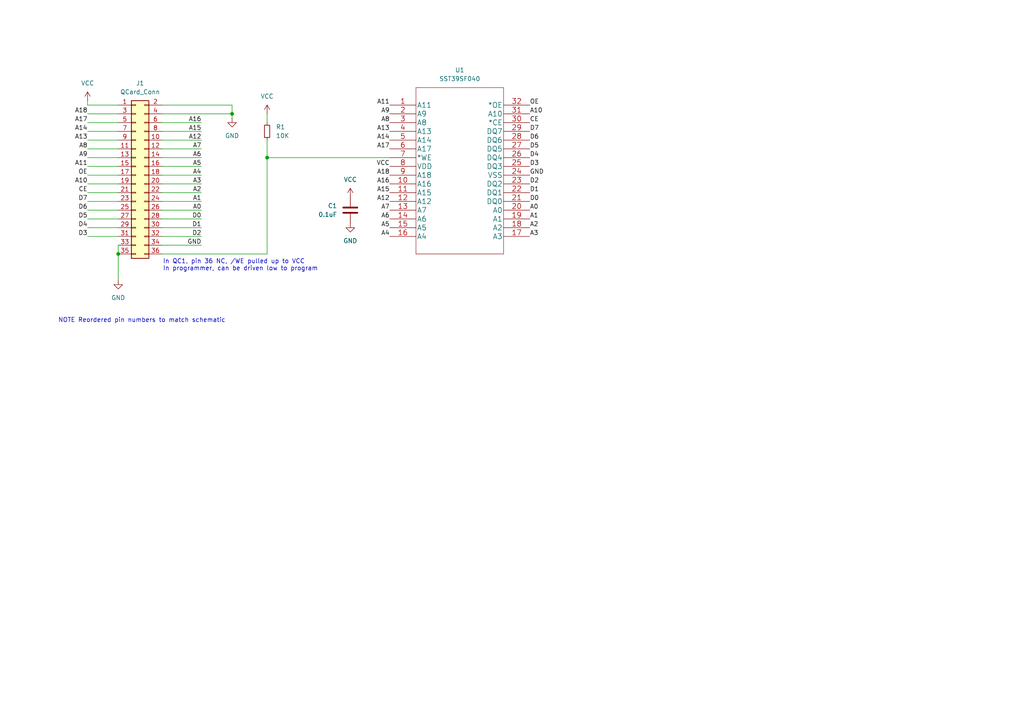
<source format=kicad_sch>
(kicad_sch (version 20231120) (generator "eeschema") (generator_version "8.0")
  (paper "A4")
  (lib_symbols
    (symbol "Connector_Generic:Conn_02x18_Odd_Even" (pin_names (offset 1.016) hide)
      (property "Reference" "J" (at 1.27 22.86 0))
      (property "Value" "Conn_02x18_Odd_Even" (at 1.27 -25.4 0))
      (symbol "Conn_02x18_Odd_Even_1_1"
        (rectangle (start -1.27 -22.733) (end 0 -22.987) (stroke (width 0.1524)))
        (rectangle (start -1.27 -20.193) (end 0 -20.447) (stroke (width 0.1524)))
        (rectangle (start -1.27 -17.653) (end 0 -17.907) (stroke (width 0.1524)))
        (rectangle (start -1.27 -15.113) (end 0 -15.367) (stroke (width 0.1524)))
        (rectangle (start -1.27 -12.573) (end 0 -12.827) (stroke (width 0.1524)))
        (rectangle (start -1.27 -10.033) (end 0 -10.287) (stroke (width 0.1524)))
        (rectangle (start -1.27 -7.493) (end 0 -7.747) (stroke (width 0.1524)))
        (rectangle (start -1.27 -4.953) (end 0 -5.207) (stroke (width 0.1524)))
        (rectangle (start -1.27 -2.413) (end 0 -2.667) (stroke (width 0.1524)))
        (rectangle (start -1.27 0.127) (end 0 -0.127) (stroke (width 0.1524)))
        (rectangle (start -1.27 2.667) (end 0 2.413) (stroke (width 0.1524)))
        (rectangle (start -1.27 5.207) (end 0 4.953) (stroke (width 0.1524)))
        (rectangle (start -1.27 7.747) (end 0 7.493) (stroke (width 0.1524)))
        (rectangle (start -1.27 10.287) (end 0 10.033) (stroke (width 0.1524)))
        (rectangle (start -1.27 12.827) (end 0 12.573) (stroke (width 0.1524)))
        (rectangle (start -1.27 15.367) (end 0 15.113) (stroke (width 0.1524)))
        (rectangle (start -1.27 17.907) (end 0 17.653) (stroke (width 0.1524)))
        (rectangle (start -1.27 20.447) (end 0 20.193) (stroke (width 0.1524)))
        (rectangle (start -1.27 21.59) (end 3.81 -24.13) (stroke (width 0.254)) (fill (type background)))
        (rectangle (start 3.81 -22.733) (end 2.54 -22.987) (stroke (width 0.1524)))
        (rectangle (start 3.81 -20.193) (end 2.54 -20.447) (stroke (width 0.1524)))
        (rectangle (start 3.81 -17.653) (end 2.54 -17.907) (stroke (width 0.1524)))
        (rectangle (start 3.81 -15.113) (end 2.54 -15.367) (stroke (width 0.1524)))
        (rectangle (start 3.81 -12.573) (end 2.54 -12.827) (stroke (width 0.1524)))
        (rectangle (start 3.81 -10.033) (end 2.54 -10.287) (stroke (width 0.1524)))
        (rectangle (start 3.81 -7.493) (end 2.54 -7.747) (stroke (width 0.1524)))
        (rectangle (start 3.81 -4.953) (end 2.54 -5.207) (stroke (width 0.1524)))
        (rectangle (start 3.81 -2.413) (end 2.54 -2.667) (stroke (width 0.1524)))
        (rectangle (start 3.81 0.127) (end 2.54 -0.127) (stroke (width 0.1524)))
        (rectangle (start 3.81 2.667) (end 2.54 2.413) (stroke (width 0.1524)))
        (rectangle (start 3.81 5.207) (end 2.54 4.953) (stroke (width 0.1524)))
        (rectangle (start 3.81 7.747) (end 2.54 7.493) (stroke (width 0.1524)))
        (rectangle (start 3.81 10.287) (end 2.54 10.033) (stroke (width 0.1524)))
        (rectangle (start 3.81 12.827) (end 2.54 12.573) (stroke (width 0.1524)))
        (rectangle (start 3.81 15.367) (end 2.54 15.113) (stroke (width 0.1524)))
        (rectangle (start 3.81 17.907) (end 2.54 17.653) (stroke (width 0.1524)))
        (rectangle (start 3.81 20.447) (end 2.54 20.193) (stroke (width 0.1524)))
        (pin passive line (at -5.08 20.32 0) (length 3.81) (name "Pin_1") (number "1"))
        (pin passive line (at 7.62 10.16 180) (length 3.81) (name "Pin_10") (number "10"))
        (pin passive line (at -5.08 7.62 0) (length 3.81) (name "Pin_11") (number "11"))
        (pin passive line (at 7.62 7.62 180) (length 3.81) (name "Pin_12") (number "12"))
        (pin passive line (at -5.08 5.08 0) (length 3.81) (name "Pin_13") (number "13"))
        (pin passive line (at 7.62 5.08 180) (length 3.81) (name "Pin_14") (number "14"))
        (pin passive line (at -5.08 2.54 0) (length 3.81) (name "Pin_15") (number "15"))
        (pin passive line (at 7.62 2.54 180) (length 3.81) (name "Pin_16") (number "16"))
        (pin passive line (at -5.08 0 0) (length 3.81) (name "Pin_17") (number "17"))
        (pin passive line (at 7.62 0 180) (length 3.81) (name "Pin_18") (number "18"))
        (pin passive line (at -5.08 -2.54 0) (length 3.81) (name "Pin_19") (number "19"))
        (pin passive line (at 7.62 20.32 180) (length 3.81) (name "Pin_2") (number "2"))
        (pin passive line (at 7.62 -2.54 180) (length 3.81) (name "Pin_20") (number "20"))
        (pin passive line (at -5.08 -5.08 0) (length 3.81) (name "Pin_21") (number "21"))
        (pin passive line (at 7.62 -5.08 180) (length 3.81) (name "Pin_22") (number "22"))
        (pin passive line (at -5.08 -7.62 0) (length 3.81) (name "Pin_23") (number "23"))
        (pin passive line (at 7.62 -7.62 180) (length 3.81) (name "Pin_24") (number "24"))
        (pin passive line (at -5.08 -10.16 0) (length 3.81) (name "Pin_25") (number "25"))
        (pin passive line (at 7.62 -10.16 180) (length 3.81) (name "Pin_26") (number "26"))
        (pin passive line (at -5.08 -12.7 0) (length 3.81) (name "Pin_27") (number "27"))
        (pin passive line (at 7.62 -12.7 180) (length 3.81) (name "Pin_28") (number "28"))
        (pin passive line (at -5.08 -15.24 0) (length 3.81) (name "Pin_29") (number "29"))
        (pin passive line (at -5.08 17.78 0) (length 3.81) (name "Pin_3") (number "3"))
        (pin passive line (at 7.62 -15.24 180) (length 3.81) (name "Pin_30") (number "30"))
        (pin passive line (at -5.08 -17.78 0) (length 3.81) (name "Pin_31") (number "31"))
        (pin passive line (at 7.62 -17.78 180) (length 3.81) (name "Pin_32") (number "32"))
        (pin passive line (at -5.08 -20.32 0) (length 3.81) (name "Pin_33") (number "33"))
        (pin passive line (at 7.62 -20.32 180) (length 3.81) (name "Pin_34") (number "34"))
        (pin passive line (at -5.08 -22.86 0) (length 3.81) (name "Pin_35") (number "35"))
        (pin passive line (at 7.62 -22.86 180) (length 3.81) (name "Pin_36") (number "36"))
        (pin passive line (at 7.62 17.78 180) (length 3.81) (name "Pin_4") (number "4"))
        (pin passive line (at -5.08 15.24 0) (length 3.81) (name "Pin_5") (number "5"))
        (pin passive line (at 7.62 15.24 180) (length 3.81) (name "Pin_6") (number "6"))
        (pin passive line (at -5.08 12.7 0) (length 3.81) (name "Pin_7") (number "7"))
        (pin passive line (at 7.62 12.7 180) (length 3.81) (name "Pin_8") (number "8"))
        (pin passive line (at -5.08 10.16 0) (length 3.81) (name "Pin_9") (number "9"))
      )
    )
    (symbol "Device:C" (pin_numbers hide) (pin_names (offset 0.254))
      (property "Reference" "C" (at 0.635 2.54 0))
      (property "Value" "C" (at 0.635 -2.54 0))
      (symbol "C_0_1"
        (polyline (pts (xy -2.032 -0.762) (xy 2.032 -0.762)) (stroke (width 0.508)))
        (polyline (pts (xy -2.032 0.762) (xy 2.032 0.762)) (stroke (width 0.508)))
      )
      (symbol "C_1_1"
        (pin passive line (at 0 3.81 270) (length 2.794) (name "~") (number "1"))
        (pin passive line (at 0 -3.81 90) (length 2.794) (name "~") (number "2"))
      )
    )
    (symbol "Device:R_Small" (pin_numbers hide) (pin_names (offset 0.254) hide)
      (property "Reference" "R" (at 0.762 0.508 0))
      (property "Value" "R_Small" (at 0.762 -1.016 0))
      (symbol "R_Small_0_1"
        (rectangle (start -0.762 1.778) (end 0.762 -1.778) (stroke (width 0.2032)))
      )
      (symbol "R_Small_1_1"
        (pin passive line (at 0 2.54 270) (length 0.762) (name "~") (number "1"))
        (pin passive line (at 0 -2.54 90) (length 0.762) (name "~") (number "2"))
      )
    )
    (symbol "REB_FLASH:SST39SF040-55-4C-WHE-T" (pin_names (offset 0.254))
      (property "Reference" "U1" (at 11.43 10.16 0))
      (property "Value" "SST39SF040" (at 10.16 7.62 0))
      (property "Datasheet" "http://ww1.microchip.com/downloads/en/DeviceDoc/25022B.pdf" (at 8.89 -50.8 0))
      (symbol "SST39SF040-55-4C-WHE-T_1_1"
        (polyline (pts (xy 7.62 -43.18) (xy 33.02 -43.18)) (stroke (width 0.127)))
        (polyline (pts (xy 7.62 5.08) (xy 7.62 -43.18)) (stroke (width 0.127)))
        (polyline (pts (xy 33.02 -43.18) (xy 33.02 5.08)) (stroke (width 0.127)))
        (polyline (pts (xy 33.02 5.08) (xy 7.62 5.08)) (stroke (width 0.127)))
        (pin input line (at 0 0 0) (length 7.62) (name "A11") (number "1"))
        (pin input line (at 0 -22.86 0) (length 7.62) (name "A16") (number "10"))
        (pin input line (at 0 -25.4 0) (length 7.62) (name "A15") (number "11"))
        (pin input line (at 0 -27.94 0) (length 7.62) (name "A12") (number "12"))
        (pin input line (at 0 -30.48 0) (length 7.62) (name "A7") (number "13"))
        (pin input line (at 0 -33.02 0) (length 7.62) (name "A6") (number "14"))
        (pin input line (at 0 -35.56 0) (length 7.62) (name "A5") (number "15"))
        (pin input line (at 0 -38.1 0) (length 7.62) (name "A4") (number "16"))
        (pin input line (at 40.64 -38.1 180) (length 7.62) (name "A3") (number "17"))
        (pin input line (at 40.64 -35.56 180) (length 7.62) (name "A2") (number "18"))
        (pin input line (at 40.64 -33.02 180) (length 7.62) (name "A1") (number "19"))
        (pin input line (at 0 -2.54 0) (length 7.62) (name "A9") (number "2"))
        (pin input line (at 40.64 -30.48 180) (length 7.62) (name "A0") (number "20"))
        (pin bidirectional line (at 40.64 -27.94 180) (length 7.62) (name "DQ0") (number "21"))
        (pin bidirectional line (at 40.64 -25.4 180) (length 7.62) (name "DQ1") (number "22"))
        (pin bidirectional line (at 40.64 -22.86 180) (length 7.62) (name "DQ2") (number "23"))
        (pin power_in line (at 40.64 -20.32 180) (length 7.62) (name "VSS") (number "24"))
        (pin bidirectional line (at 40.64 -17.78 180) (length 7.62) (name "DQ3") (number "25"))
        (pin bidirectional line (at 40.64 -15.24 180) (length 7.62) (name "DQ4") (number "26"))
        (pin bidirectional line (at 40.64 -12.7 180) (length 7.62) (name "DQ5") (number "27"))
        (pin bidirectional line (at 40.64 -10.16 180) (length 7.62) (name "DQ6") (number "28"))
        (pin bidirectional line (at 40.64 -7.62 180) (length 7.62) (name "DQ7") (number "29"))
        (pin input line (at 0 -5.08 0) (length 7.62) (name "A8") (number "3"))
        (pin input line (at 40.64 -5.08 180) (length 7.62) (name "*CE") (number "30"))
        (pin input line (at 40.64 -2.54 180) (length 7.62) (name "A10") (number "31"))
        (pin input line (at 40.64 0 180) (length 7.62) (name "*OE") (number "32"))
        (pin input line (at 0 -7.62 0) (length 7.62) (name "A13") (number "4"))
        (pin input line (at 0 -10.16 0) (length 7.62) (name "A14") (number "5"))
        (pin input line (at 0 -12.7 0) (length 7.62) (name "A17") (number "6"))
        (pin input line (at 0 -15.24 0) (length 7.62) (name "*WE") (number "7"))
        (pin power_in line (at 0 -17.78 0) (length 7.62) (name "VDD") (number "8"))
        (pin input line (at 0 -20.32 0) (length 7.62) (name "A18") (number "9"))
      )
    )
    (symbol "power:GND" (power) (pin_numbers hide) (pin_names (offset 0) hide)
      (property "Value" "GND" (at 0 -3.81 0))
      (symbol "GND_0_1"
        (polyline (pts (xy 0 0) (xy 0 -1.27) (xy 1.27 -1.27) (xy 0 -2.54) (xy -1.27 -1.27) (xy 0 -1.27)))
      )
      (symbol "GND_1_1"
        (pin power_in line (at 0 0 270) (length 0) (name "~") (number "1"))
      )
    )
    (symbol "power:VCC" (power) (pin_numbers hide) (pin_names (offset 0) hide)
      (property "Value" "VCC" (at 0 3.556 0))
      (symbol "VCC_0_1"
        (polyline (pts (xy -0.762 1.27) (xy 0 2.54)))
        (polyline (pts (xy 0 0) (xy 0 2.54)))
        (polyline (pts (xy 0 2.54) (xy 0.762 1.27)))
      )
      (symbol "VCC_1_1"
        (pin power_in line (at 0 0 90) (length 0) (name "~") (number "1"))
      )
    )
  )
  (junction (at 77.47 45.72))
  (junction (at 34.29 73.66))
  (junction (at 67.31 33.02))
  (wire (pts (xy 34.29 73.66) (xy 34.29 81.28)))
  (wire (pts (xy 25.4 33.02) (xy 34.29 33.02)))
  (wire (pts (xy 46.99 33.02) (xy 67.31 33.02)))
  (wire (pts (xy 67.31 30.48) (xy 67.31 33.02)))
  (wire (pts (xy 77.47 45.72) (xy 113.03 45.72)))
  (wire (pts (xy 46.99 53.34) (xy 58.42 53.34)))
  (wire (pts (xy 25.4 30.48) (xy 25.4 29.21)))
  (wire (pts (xy 46.99 63.5) (xy 58.42 63.5)))
  (wire (pts (xy 25.4 38.1) (xy 34.29 38.1)))
  (wire (pts (xy 46.99 48.26) (xy 58.42 48.26)))
  (wire (pts (xy 25.4 35.56) (xy 34.29 35.56)))
  (wire (pts (xy 46.99 30.48) (xy 67.31 30.48)))
  (wire (pts (xy 46.99 40.64) (xy 58.42 40.64)))
  (wire (pts (xy 25.4 55.88) (xy 34.29 55.88)))
  (wire (pts (xy 34.29 71.12) (xy 34.29 73.66)))
  (wire (pts (xy 77.47 33.02) (xy 77.47 35.56)))
  (wire (pts (xy 25.4 63.5) (xy 34.29 63.5)))
  (wire (pts (xy 46.99 60.96) (xy 58.42 60.96)))
  (wire (pts (xy 46.99 68.58) (xy 58.42 68.58)))
  (wire (pts (xy 25.4 58.42) (xy 34.29 58.42)))
  (wire (pts (xy 34.29 30.48) (xy 25.4 30.48)))
  (wire (pts (xy 25.4 45.72) (xy 34.29 45.72)))
  (wire (pts (xy 46.99 45.72) (xy 58.42 45.72)))
  (wire (pts (xy 46.99 58.42) (xy 58.42 58.42)))
  (wire (pts (xy 46.99 38.1) (xy 58.42 38.1)))
  (wire (pts (xy 25.4 60.96) (xy 34.29 60.96)))
  (wire (pts (xy 25.4 40.64) (xy 34.29 40.64)))
  (wire (pts (xy 58.42 71.12) (xy 46.99 71.12)))
  (wire (pts (xy 46.99 43.18) (xy 58.42 43.18)))
  (wire (pts (xy 25.4 50.8) (xy 34.29 50.8)))
  (wire (pts (xy 46.99 35.56) (xy 58.42 35.56)))
  (wire (pts (xy 25.4 66.04) (xy 34.29 66.04)))
  (wire (pts (xy 46.99 55.88) (xy 58.42 55.88)))
  (wire (pts (xy 25.4 48.26) (xy 34.29 48.26)))
  (wire (pts (xy 25.4 43.18) (xy 34.29 43.18)))
  (wire (pts (xy 25.4 68.58) (xy 34.29 68.58)))
  (wire (pts (xy 25.4 53.34) (xy 34.29 53.34)))
  (wire (pts (xy 77.47 40.64) (xy 77.47 45.72)))
  (wire (pts (xy 77.47 73.66) (xy 77.47 45.72)))
  (wire (pts (xy 46.99 66.04) (xy 58.42 66.04)))
  (wire (pts (xy 46.99 73.66) (xy 77.47 73.66)))
  (wire (pts (xy 67.31 34.29) (xy 67.31 33.02)))
  (wire (pts (xy 46.99 50.8) (xy 58.42 50.8)))
  (text "In QC1, pin 36 NC, /WE pulled up to VCC\nIn programmer, can be driven low to program" (at 47.244 75.184 0) (effects (font (size 1.27 1.27)) (justify left top)))
  (text "NOTE Reordered pin numbers to match schematic" (at 41.148 92.964 0) (effects (font (size 1.27 1.27))))
  (label "A0" (at 58.42 60.96 180))
  (label "D0" (at 153.67 58.42 0))
  (label "VCC" (at 113.03 48.26 180))
  (label "A17" (at 25.4 35.56 180))
  (label "A5" (at 58.42 48.26 180))
  (label "A7" (at 58.42 43.18 180))
  (label "A1" (at 153.67 63.5 0))
  (label "D5" (at 25.4 63.5 180))
  (label "OE" (at 153.67 30.48 0))
  (label "A0" (at 153.67 60.96 0))
  (label "A10" (at 25.4 53.34 180))
  (label "D6" (at 153.67 40.64 0))
  (label "A17" (at 113.03 43.18 180))
  (label "CE" (at 153.67 35.56 0))
  (label "A6" (at 113.03 63.5 180))
  (label "A1" (at 58.42 58.42 180))
  (label "A11" (at 25.4 48.26 180))
  (label "A16" (at 113.03 53.34 180))
  (label "A10" (at 153.67 33.02 0))
  (label "A12" (at 113.03 58.42 180))
  (label "A8" (at 113.03 35.56 180))
  (label "D1" (at 153.67 55.88 0))
  (label "D3" (at 25.4 68.58 180))
  (label "D1" (at 58.42 66.04 180))
  (label "D4" (at 25.4 66.04 180))
  (label "A3" (at 153.67 68.58 0))
  (label "A9" (at 25.4 45.72 180))
  (label "A11" (at 113.03 30.48 180))
  (label "A18" (at 113.03 50.8 180))
  (label "D4" (at 153.67 45.72 0))
  (label "D7" (at 25.4 58.42 180))
  (label "A13" (at 25.4 40.64 180))
  (label "A15" (at 113.03 55.88 180))
  (label "A18" (at 25.4 33.02 180))
  (label "D5" (at 153.67 43.18 0))
  (label "A15" (at 58.42 38.1 180))
  (label "A9" (at 113.03 33.02 180))
  (label "CE" (at 25.4 55.88 180))
  (label "A5" (at 113.03 66.04 180))
  (label "D2" (at 58.42 68.58 180))
  (label "A13" (at 113.03 38.1 180))
  (label "A3" (at 58.42 53.34 180))
  (label "A14" (at 25.4 38.1 180))
  (label "D6" (at 25.4 60.96 180))
  (label "A6" (at 58.42 45.72 180))
  (label "OE" (at 25.4 50.8 180))
  (label "A2" (at 153.67 66.04 0))
  (label "D0" (at 58.42 63.5 180))
  (label "GND" (at 58.42 71.12 180))
  (label "A4" (at 58.42 50.8 180))
  (label "D2" (at 153.67 53.34 0))
  (label "A8" (at 25.4 43.18 180))
  (label "A7" (at 113.03 60.96 180))
  (label "A4" (at 113.03 68.58 180))
  (label "A2" (at 58.42 55.88 180))
  (label "D3" (at 153.67 48.26 0))
  (label "A14" (at 113.03 40.64 180))
  (label "GND" (at 153.67 50.8 0))
  (label "A12" (at 58.42 40.64 180))
  (label "A16" (at 58.42 35.56 180))
  (label "D7" (at 153.67 38.1 0))
  (symbol (lib_id "power:VCC") (at 77.47 33.02 0) (mirror y) (unit 1)
    (property "Reference" "#PWR06" (effects (hide yes)))
    (property "Value" "VCC" (at 77.47 27.94 0))
    (property "Description" "Power symbol creates a global label with name \"VCC\"" (effects (hide yes)))
  )
  (symbol (lib_id "power:GND") (at 101.6 64.77 0) (unit 1)
    (property "Reference" "#PWR02" (effects (hide yes)))
    (property "Value" "GND" (at 101.6 69.85 0))
    (property "Description" "Power symbol creates a global label with name \"GND\" , ground" (effects (hide yes)))
  )
  (symbol (lib_id "Device:C") (at 101.6 60.96 0) (mirror x) (unit 1)
    (property "Reference" "C1" (at 97.79 59.6899 0) (effects (justify right)))
    (property "Value" "0.1uF" (at 97.79 62.2299 0) (effects (justify right)))
    (property "Footprint" "Capacitor_SMD:C_0805_2012Metric_Pad1.18x1.45mm_HandSolder" (effects (hide yes)))
  )
  (symbol (lib_id "power:VCC") (at 25.4 29.21 0) (mirror y) (unit 1)
    (property "Reference" "#PWR04" (effects (hide yes)))
    (property "Value" "VCC" (at 25.4 24.13 0))
    (property "Description" "Power symbol creates a global label with name \"VCC\"" (effects (hide yes)))
  )
  (symbol (lib_id "REB_FLASH:SST39SF040-55-4C-WHE-T") (at 113.03 30.48 0) (unit 1)
    (property "Reference" "U1" (at 133.35 20.32 0))
    (property "Value" "SST39SF040" (at 133.35 22.86 0))
    (property "Footprint" "REB_Flash:SST39SF040-55-4C-WHE-T" (effects (hide yes)))
    (property "Datasheet" "http://ww1.microchip.com/downloads/en/DeviceDoc/25022B.pdf" (effects (hide yes)))
  )
  (symbol (lib_id "Connector_Generic:Conn_02x18_Odd_Even") (at 39.37 50.8 0) (unit 1)
    (property "Reference" "J1" (at 40.64 24.13 0))
    (property "Value" "QCard_Conn" (at 40.64 26.67 0))
    (property "Footprint" "REB_Edge:REB_EdgeConnector_36pin" (effects (hide yes)))
    (property "Description" "Generic connector, double row, 02x18, odd/even pin numbering scheme (row 1 odd numbers, row 2 even numbers), script generated (kicad-library-utils/schlib/autogen/connector/)" (effects (hide yes)))
  )
  (symbol (lib_id "power:GND") (at 34.29 81.28 0) (unit 1)
    (property "Reference" "#PWR05" (effects (hide yes)))
    (property "Value" "GND" (at 34.29 86.36 0))
    (property "Description" "Power symbol creates a global label with name \"GND\" , ground" (effects (hide yes)))
  )
  (symbol (lib_id "Device:R_Small") (at 77.47 38.1 0) (unit 1)
    (property "Reference" "R1" (at 80.01 36.8299 0) (effects (justify left)))
    (property "Value" "10K" (at 80.01 39.3699 0) (effects (justify left)))
    (property "Footprint" "Resistor_SMD:R_0805_2012Metric_Pad1.20x1.40mm_HandSolder" (effects (hide yes)))
    (property "Description" "Resistor, small symbol" (effects (hide yes)))
  )
  (symbol (lib_id "power:GND") (at 67.31 34.29 0) (unit 1)
    (property "Reference" "#PWR03" (effects (hide yes)))
    (property "Value" "GND" (at 67.31 39.37 0))
    (property "Description" "Power symbol creates a global label with name \"GND\" , ground" (effects (hide yes)))
  )
  (symbol (lib_id "power:VCC") (at 101.6 57.15 0) (unit 1)
    (property "Reference" "#PWR01" (effects (hide yes)))
    (property "Value" "VCC" (at 101.6 52.07 0))
    (property "Description" "Power symbol creates a global label with name \"VCC\"" (effects (hide yes)))
  )
)
</source>
